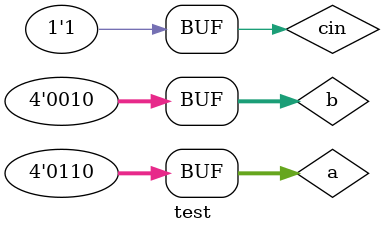
<source format=v>
module adderbit(a,b,cin,sum,cout); 
input [3:0]a,b;
input cin;
output [3:0]sum;
output cout;
assign {cout,sum}=a-b-cin;
endmodule

module test;
reg [3:0]a,b;
reg cin;
wire [3:0]sum;
wire cout;

adderbit func(.a(a), .b(b), .cin(cin), .sum(sum), .cout(cout));

initial begin

$monitor(sum);

a=0;
b=0;
cin=0;
#5
a=6;
b=2;
cin=1;

end
endmodule
</source>
